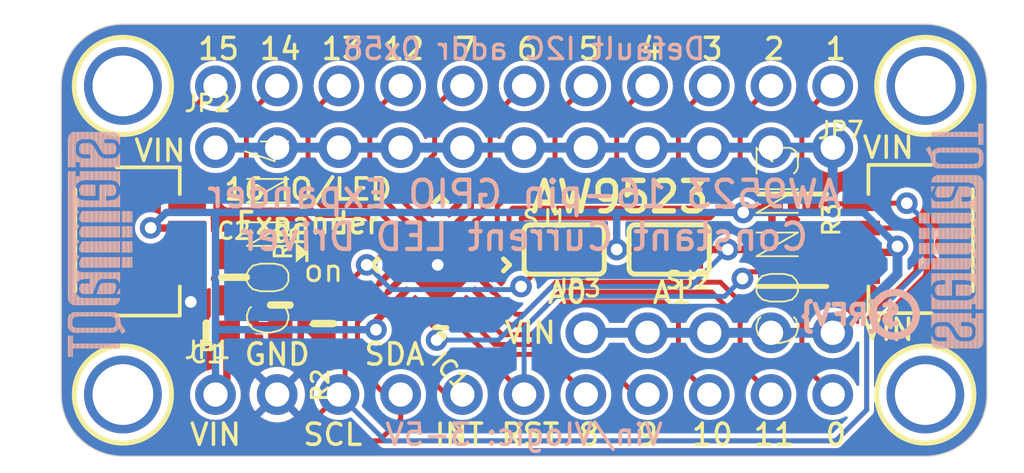
<source format=kicad_pcb>
(kicad_pcb (version 20221018) (generator pcbnew)
  (layers (0 "F.Cu" signal) (31 "B.Cu" signal) (34 "B.Paste" user) (35 "F.Paste" user) (36 "B.SilkS" user "B.Silkscreen") (37 "F.SilkS" user "F.Silkscreen") (38 "B.Mask" user) (39 "F.Mask" user) (44 "Edge.Cuts" user))
  (net 0 "")
  (net 1 "GND")
  (net 2 "SDA")
  (net 3 "SCL")
  (net 4 "INT")
  (net 5 "VCC")
  (net 6 "N$1")
  (net 7 "RST")
  (net 8 "P1_7")
  (net 9 "P1_6")
  (net 10 "P1_5")
  (net 11 "P1_4")
  (net 12 "P0_7")
  (net 13 "P0_6")
  (net 14 "P0_5")
  (net 15 "P0_4")
  (net 16 "P0_3")
  (net 17 "P0_2")
  (net 18 "P0_1")
  (net 19 "P1_0")
  (net 20 "P1_1")
  (net 21 "P1_2")
  (net 22 "P0_0")
  (net 23 "P1_3")
  (net 24 "A0")
  (net 25 "A1")
  (footprint "working:JST_SH4" (layer "F.Cu") (at 164.8841 105.0036 90)
    (fp_text reference "CONN3")
    (fp_text value "STEMMA_I2C_QT" hide)
  )
  (footprint "working:0805-NO" (layer "F.Cu") (at 136.5631 106.5276 90)
    (fp_text reference "C2")
    (fp_text value "10uF")
  )
  (footprint "working:0603-NO" (layer "F.Cu") (at 135.4201 108.8136 180)
    (fp_text reference "C1")
    (fp_text value "0.1uF")
  )
  (footprint "working:1X05_ROUND" (layer "F.Cu") (at 156.1211 108.8136)
    (fp_text reference "JP3")
    (fp_text value "")
  )
  (footprint "working:0603-NO" (layer "F.Cu") (at 140.2461 108.4326 -90)
    (fp_text reference "R2")
    (fp_text value "10K")
  )
  (footprint "working:MOUNTINGHOLE_2.5_PLATED" (layer "F.Cu") (at 165.0111 111.3536)
    (fp_text reference "U$21" hide)
    (fp_text value "MOUNTINGHOLE2.5" hide)
  )
  (footprint "working:0603-NO" (layer "F.Cu") (at 138.4681 107.6706 90)
    (fp_text reference "R1")
    (fp_text value "10K")
  )
  (footprint "working:1X11_ROUND" (layer "F.Cu") (at 148.5011 98.6536 180)
    (fp_text reference "JP7")
    (fp_text value "")
  )
  (footprint "working:RESPACK_4X0603" (layer "F.Cu") (at 159.5501 105.0036 -90)
    (fp_text reference "R3")
    (fp_text value "10K")
  )
  (footprint "working:MOUNTINGHOLE_2.5_PLATED" (layer "F.Cu") (at 131.9911 98.6536)
    (fp_text reference "U$1" hide)
    (fp_text value "MOUNTINGHOLE2.5" hide)
  )
  (footprint "working:QFN24_4MM_SMSC" (layer "F.Cu") (at 145.0721 106.0196 135)
    (fp_text reference "IC1")
    (fp_text value "AW9523")
  )
  (footprint "working:FIDUCIAL_1MM" (layer "F.Cu") (at 131.6101 105.0036)
    (fp_text reference "FID3" hide)
    (fp_text value "FIDUCIAL_1MM" hide)
  )
  (footprint "working:1X11_ROUND" (layer "F.Cu") (at 148.5011 101.1936)
    (fp_text reference "JP2")
    (fp_text value "")
  )
  (footprint "working:FIDUCIAL_1MM" (layer "F.Cu") (at 165.9001 105.1306)
    (fp_text reference "FID4" hide)
    (fp_text value "FIDUCIAL_1MM" hide)
  )
  (footprint "working:MOUNTINGHOLE_2.5_PLATED" (layer "F.Cu") (at 165.0111 98.6536)
    (fp_text reference "U$17" hide)
    (fp_text value "MOUNTINGHOLE2.5" hide)
  )
  (footprint "working:SOLDERJUMPER_ARROW_NOPASTE" (layer "F.Cu") (at 150.1521 105.3846)
    (fp_text reference "SJ1")
    (fp_text value "")
  )
  (footprint "working:JST_SH4" (layer "F.Cu") (at 132.1181 105.0036 -90)
    (fp_text reference "CONN4")
    (fp_text value "STEMMA_I2C_QT" hide)
  )
  (footprint "working:SOLDERJUMPER_ARROW_NOPASTE" (layer "F.Cu") (at 154.4701 105.3846 180)
    (fp_text reference "SJ2")
    (fp_text value "")
  )
  (footprint "working:1X11_ROUND" (layer "F.Cu") (at 148.5011 111.3536)
    (fp_text reference "JP1")
    (fp_text value "")
  )
  (footprint "working:CHIPLED_0603_NOOUTLINE" (layer "F.Cu") (at 139.3571 105.5116 -90)
    (fp_text reference "D1")
    (fp_text value "GREEN")
  )
  (footprint "working:MOUNTINGHOLE_2.5_PLATED" (layer "F.Cu") (at 131.9911 111.3536)
    (fp_text reference "U$19" hide)
    (fp_text value "MOUNTINGHOLE2.5" hide)
  )
  (footprint "working:STEMMAQT" (layer "B.Cu") (at 132.3721 100.5586 -90)
    (fp_text reference "U$31" hide)
    (fp_text value "" hide)
  )
  (footprint "working:PCBFEAT-REV-040" (layer "B.Cu") (at 163.7411 108.0516 180)
    (fp_text reference "U$2" hide)
    (fp_text value "" hide)
  )
  (footprint "working:STEMMAQT" (layer "B.Cu") (at 164.7571 109.4486 90)
    (fp_text reference "U$30" hide)
    (fp_text value "" hide)
  )
  (gr_arc (start 129.4511 98.6536) (mid 130.195049 96.857549) (end 131.9911 96.1136) (stroke (width 0.05)) (layer "Edge.Cuts"))
  (gr_arc (start 167.5511 111.3536) (mid 166.807151 113.149651) (end 165.0111 113.8936) (stroke (width 0.05)) (layer "Edge.Cuts"))
  (gr_arc (start 165.0111 96.1136) (mid 166.807151 96.857549) (end 167.5511 98.6536) (stroke (width 0.05)) (layer "Edge.Cuts"))
  (gr_arc (start 131.9911 113.8936) (mid 130.195049 113.149651) (end 129.4511 111.3536) (stroke (width 0.05)) (layer "Edge.Cuts"))
  (gr_line (start 131.9911 113.8936) (end 165.0111 113.8936) (stroke (width 0.05)) (layer "Edge.Cuts"))
  (gr_line (start 165.0111 96.1136) (end 131.9911 96.1136) (stroke (width 0.05)) (layer "Edge.Cuts"))
  (gr_line (start 129.4511 98.6536) (end 129.4511 111.3536) (stroke (width 0.05)) (layer "Edge.Cuts"))
  (gr_line (start 167.5511 111.3536) (end 167.5511 98.6536) (stroke (width 0.05)) (layer "Edge.Cuts"))
  (gr_text "Vin/Vlogic: 3-5V" (at 148.5011 113.0046) (layer "B.SilkS") (effects (font (size 0.87376 0.87376) (thickness 0.14224)) (justify mirror)))
  (gr_text "Default I2C addr 0x58" (at 148.5011 97.1296) (layer "B.SilkS") (effects (font (size 0.87376 0.87376) (thickness 0.14224)) (justify mirror)))
  (gr_text "AW9523 16-pin GPIO Expander\nConstant Current LED Driver" (at 148.5011 103.9876) (layer "B.SilkS") (effects (font (size 1.0922 1.0922) (thickness 0.1778)) (justify mirror)))
  (gr_text "SCL" (at 140.6271 113.0046) (layer "F.SilkS") (effects (font (size 0.87376 0.87376) (thickness 0.14224))))
  (gr_text "15" (at 135.9281 97.1296) (layer "F.SilkS") (effects (font (size 0.87376 0.87376) (thickness 0.14224))))
  (gr_text "2" (at 158.7881 97.1296) (layer "F.SilkS") (effects (font (size 0.87376 0.87376) (thickness 0.14224))))
  (gr_text "5" (at 151.1681 97.1296) (layer "F.SilkS") (effects (font (size 0.87376 0.87376) (thickness 0.14224))))
  (gr_text "VIN" (at 148.7551 108.8136) (layer "F.SilkS") (effects (font (size 0.87376 0.87376) (thickness 0.14224))))
  (gr_text "10" (at 156.2481 113.0046) (layer "F.SilkS") (effects (font (size 0.87376 0.87376) (thickness 0.14224))))
  (gr_text "SDA" (at 143.1671 109.7026) (layer "F.SilkS") (effects (font (size 0.87376 0.87376) (thickness 0.14224))))
  (gr_text "14" (at 138.4681 97.1296) (layer "F.SilkS") (effects (font (size 0.87376 0.87376) (thickness 0.14224))))
  (gr_text "4" (at 153.7081 97.1296) (layer "F.SilkS") (effects (font (size 0.87376 0.87376) (thickness 0.14224))))
  (gr_text "7" (at 146.0881 97.1296) (layer "F.SilkS") (effects (font (size 0.87376 0.87376) (thickness 0.14224))))
  (gr_text "RST" (at 148.7551 113.0046) (layer "F.SilkS") (effects (font (size 0.87376 0.87376) (thickness 0.14224))))
  (gr_text "9" (at 153.5811 113.0046) (layer "F.SilkS") (effects (font (size 0.87376 0.87376) (thickness 0.14224))))
  (gr_text "INT" (at 145.8341 113.0046) (layer "F.SilkS") (effects (font (size 0.87376 0.87376) (thickness 0.14224))))
  (gr_text "11" (at 158.7881 113.0046) (layer "F.SilkS") (effects (font (size 0.87376 0.87376) (thickness 0.14224))))
  (gr_text "A1" (at 154.5971 107.1626) (layer "F.SilkS") (effects (font (size 0.87376 0.87376) (thickness 0.14224))))
  (gr_text "16 IO/LED\nExpander" (at 139.6111 103.6066) (layer "F.SilkS") (effects (font (size 0.8636 0.8636) (thickness 0.1524))))
  (gr_text "VIN" (at 133.5151 101.3206) (layer "F.SilkS") (effects (font (size 0.87376 0.87376) (thickness 0.14224))))
  (gr_text "AW9523" (at 152.4381 103.2256) (layer "F.SilkS") (effects (font (size 1.25222 1.25222) (thickness 0.22098))))
  (gr_text "1" (at 161.3281 97.1296) (layer "F.SilkS") (effects (font (size 0.87376 0.87376) (thickness 0.14224))))
  (gr_text "VIN" (at 163.4871 101.1936) (layer "F.SilkS") (effects (font (size 0.87376 0.87376) (thickness 0.14224))))
  (gr_text "0" (at 161.3281 113.0046) (layer "F.SilkS") (effects (font (size 0.87376 0.87376) (thickness 0.14224))))
  (gr_text "A0" (at 150.2791 107.1626) (layer "F.SilkS") (effects (font (size 0.87376 0.87376) (thickness 0.14224))))
  (gr_text "GND" (at 138.3411 109.7026) (layer "F.SilkS") (effects (font (size 0.87376 0.87376) (thickness 0.14224))))
  (gr_text "VIN" (at 163.4871 108.6866) (layer "F.SilkS") (effects (font (size 0.87376 0.87376) (thickness 0.14224))))
  (gr_text "8" (at 151.1681 113.0046) (layer "F.SilkS") (effects (font (size 0.87376 0.87376) (thickness 0.14224))))
  (gr_text "VIN" (at 135.8011 113.0046) (layer "F.SilkS") (effects (font (size 0.87376 0.87376) (thickness 0.14224))))
  (gr_text "on" (at 139.3571 106.7816) (layer "F.SilkS") (effects (font (size 0.89408 0.89408) (thickness 0.12192)) (justify left bottom)))
  (gr_text "3" (at 156.2481 97.1296) (layer "F.SilkS") (effects (font (size 0.87376 0.87376) (thickness 0.14224))))
  (gr_text "13" (at 141.0081 97.1296) (layer "F.SilkS") (effects (font (size 0.87376 0.87376) (thickness 0.14224))))
  (gr_text "12" (at 143.5481 97.1296) (layer "F.SilkS") (effects (font (size 0.87376 0.87376) (thickness 0.14224))))
  (gr_text "6" (at 148.6281 97.1296) (layer "F.SilkS") (effects (font (size 0.87376 0.87376) (thickness 0.14224))))
  (segment (start 145.0721 106.0196) (end 144.9451 106.0196) (width 0.3048) (layer "F.Cu") (net 1))
  (segment (start 145.0721 106.0196) (end 145.425653 106.0196) (width 0.3048) (layer "F.Cu") (net 1))
  (segment (start 146.663087 104.782166) (end 145.425653 106.0196) (width 0.3048) (layer "F.Cu") (net 1))
  (via (at 134.7851 107.5436) (size 0.889) (drill 0.4826) (layers "F.Cu" "B.Cu") (net 1))
  (via (at 144.9451 106.0196) (size 0.889) (drill 0.4826) (layers "F.Cu" "B.Cu") (net 1))
  (segment (start 141.6431 108.387941) (end 141.6431 110.2106) (width 0.2032) (layer "F.Cu") (net 2))
  (segment (start 133.1341 106.2736) (end 133.1341 109.4486) (width 0.2032) (layer "F.Cu") (net 2))
  (segment (start 162.3701 104.5036) (end 164.2571 104.5036) (width 0.2032) (layer "F.Cu") (net 2))
  (segment (start 143.4211 112.3696) (end 143.4211 111.3536) (width 0.2032) (layer "F.Cu") (net 2))
  (segment (start 134.1501 110.4646) (end 134.1501 111.9886) (width 0.2032) (layer "F.Cu") (net 2))
  (segment (start 143.127556 106.903485) (end 141.6431 108.387941) (width 0.2032) (layer "F.Cu") (net 2))
  (segment (start 133.1341 109.4486) (end 134.1501 110.4646) (width 0.2032) (layer "F.Cu") (net 2))
  (segment (start 164.6301 106.2736) (end 162.5981 108.3056) (width 0.2032) (layer "F.Cu") (net 2))
  (segment (start 134.6321 105.5036) (end 133.9041 105.5036) (width 0.2032) (layer "F.Cu") (net 2))
  (segment (start 142.5321 113.2586) (end 161.3281 113.2586) (width 0.2032) (layer "F.Cu") (net 2))
  (segment (start 142.7861 111.3536) (end 143.4211 111.3536) (width 0.2032) (layer "F.Cu") (net 2))
  (segment (start 164.6301 104.8766) (end 164.6301 106.2736) (width 0.2032) (layer "F.Cu") (net 2))
  (segment (start 134.1501 111.9886) (end 135.4201 113.2586) (width 0.2032) (layer "F.Cu") (net 2))
  (segment (start 142.5321 113.2586) (end 143.4211 112.3696) (width 0.2032) (layer "F.Cu") (net 2))
  (segment (start 142.7861 111.3536) (end 141.6431 110.2106) (width 0.2032) (layer "F.Cu") (net 2))
  (segment (start 160.5001 104.5036) (end 160.4001 104.6036) (width 0.2032) (layer "F.Cu") (net 2))
  (segment (start 135.4201 113.2586) (end 142.5321 113.2586) (width 0.2032) (layer "F.Cu") (net 2))
  (segment (start 161.3281 113.2586) (end 162.5981 111.9886) (width 0.2032) (layer "F.Cu") (net 2))
  (segment (start 164.2571 104.5036) (end 164.6301 104.8766) (width 0.2032) (layer "F.Cu") (net 2))
  (segment (start 162.3701 104.5036) (end 160.5001 104.5036) (width 0.2032) (layer "F.Cu") (net 2))
  (segment (start 133.9041 105.5036) (end 133.1341 106.2736) (width 0.2032) (layer "F.Cu") (net 2))
  (segment (start 162.5981 111.9886) (end 162.5981 108.3056) (width 0.2032) (layer "F.Cu") (net 2))
  (segment (start 142.774 106.549932) (end 141.1351 108.188832) (width 0.2032) (layer "F.Cu") (net 3))
  (segment (start 133.611968 109.351732) (end 133.611968 106.811732) (width 0.2032) (layer "F.Cu") (net 3))
  (segment (start 139.3825 112.8522) (end 135.588437 112.8522) (width 0.2032) (layer "F.Cu") (net 3))
  (segment (start 162.3701 103.5036) (end 162.3941 103.4796) (width 0.2032) (layer "F.Cu") (net 3))
  (segment (start 141.1351 108.188832) (end 141.1351 111.0996) (width 0.2032) (layer "F.Cu") (net 3))
  (segment (start 134.5565 110.296263) (end 133.611968 109.351732) (width 0.2032) (layer "F.Cu") (net 3))
  (segment (start 141.1351 111.0996) (end 140.8811 111.3536) (width 0.2032) (layer "F.Cu") (net 3))
  (segment (start 134.5565 111.820263) (end 134.5565 110.296263) (width 0.2032) (layer "F.Cu") (net 3))
  (segment (start 162.3701 103.5036) (end 160.6001 103.5036) (width 0.2032) (layer "F.Cu") (net 3))
  (segment (start 160.6001 103.5036) (end 160.4001 103.7036) (width 0.2032) (layer "F.Cu") (net 3))
  (segment (start 139.3825 112.8522) (end 140.8811 111.3536) (width 0.2032) (layer "F.Cu") (net 3))
  (segment (start 133.9201 106.5036) (end 134.6321 106.5036) (width 0.2032) (layer "F.Cu") (net 3))
  (segment (start 164.2491 103.4796) (end 162.3941 103.4796) (width 0.2032) (layer "F.Cu") (net 3))
  (segment (start 133.611968 106.811732) (end 133.9201 106.5036) (width 0.2032) (layer "F.Cu") (net 3))
  (segment (start 135.588437 112.8522) (end 134.5565 111.820263) (width 0.2032) (layer "F.Cu") (net 3))
  (via (at 164.2491 103.4796) (size 0.889) (drill 0.4826) (layers "F.Cu" "B.Cu") (net 3))
  (segment (start 162.5981 108.4326) (end 165.2651 105.7656) (width 0.2032) (layer "B.Cu") (net 3))
  (segment (start 162.5981 111.9886) (end 162.5981 108.4326) (width 0.2032) (layer "B.Cu") (net 3))
  (segment (start 140.8811 111.3536) (end 142.7861 113.2586) (width 0.2032) (layer "B.Cu") (net 3))
  (segment (start 165.2651 104.4956) (end 165.2651 105.7656) (width 0.2032) (layer "B.Cu") (net 3))
  (segment (start 142.7861 113.2586) (end 161.3281 113.2586) (width 0.2032) (layer "B.Cu") (net 3))
  (segment (start 161.3281 113.2586) (end 162.5981 111.9886) (width 0.2032) (layer "B.Cu") (net 3))
  (segment (start 165.2651 104.4956) (end 164.2491 103.4796) (width 0.2032) (layer "B.Cu") (net 3))
  (segment (start 143.1671 109.22915) (end 145.29155 111.3536) (width 0.2032) (layer "F.Cu") (net 4))
  (segment (start 145.29155 111.3536) (end 145.9611 111.3536) (width 0.2032) (layer "F.Cu") (net 4))
  (segment (start 143.834662 107.610591) (end 143.1671 108.278154) (width 0.2032) (layer "F.Cu") (net 4))
  (segment (start 143.1671 108.278154) (end 143.1671 109.22915) (width 0.2032) (layer "F.Cu") (net 4))
  (segment (start 138.4681 108.5206) (end 137.5401 108.5206) (width 0.3048) (layer "F.Cu") (net 5))
  (segment (start 160.4001 106.3036) (end 160.9171 106.3036) (width 0.3048) (layer "F.Cu") (net 5))
  (segment (start 136.2701 110.8846) (end 135.8011 111.3536) (width 0.3048) (layer "F.Cu") (net 5))
  (segment (start 143.481109 107.257038) (end 142.4559 108.282247) (width 0.3048) (layer "F.Cu") (net 5))
  (segment (start 162.3701 105.5036) (end 163.6221 105.5036) (width 0.3048) (layer "F.Cu") (net 5))
  (segment (start 152.3111 105.3846) (end 153.4541 105.3846) (width 0.3048) (layer "F.Cu") (net 5))
  (segment (start 134.6321 104.5036) (end 133.1421 104.5036) (width 0.3048) (layer "F.Cu") (net 5))
  (segment (start 136.5631 107.4776) (end 136.5631 107.5436) (width 0.3048) (layer "F.Cu") (net 5))
  (segment (start 136.5631 107.5436) (end 136.5631 108.5206) (width 0.3048) (layer "F.Cu") (net 5))
  (segment (start 136.2701 108.8136) (end 136.2701 110.8846) (width 0.3048) (layer "F.Cu") (net 5))
  (segment (start 161.7171 105.5036) (end 162.3701 105.5036) (width 0.3048) (layer "F.Cu") (net 5))
  (segment (start 160.9171 106.3036) (end 161.7171 105.5036) (width 0.3048) (layer "F.Cu") (net 5))
  (segment (start 157.6751 103.7036) (end 157.5181 103.8606) (width 0.3048) (layer "F.Cu") (net 5))
  (segment (start 158.7001 103.7036) (end 157.6751 103.7036) (width 0.3048) (layer "F.Cu") (net 5))
  (segment (start 163.6221 105.5036) (end 163.8681 105.2576) (width 0.3048) (layer "F.Cu") (net 5))
  (segment (start 142.404606 108.686107) (end 142.4559 108.634813) (width 0.3048) (layer "F.Cu") (net 5))
  (segment (start 133.1421 104.5036) (end 133.1341 104.4956) (width 0.3048) (layer "F.Cu") (net 5))
  (segment (start 158.7001 104.6036) (end 158.7001 103.7036) (width 0.3048) (layer "F.Cu") (net 5))
  (segment (start 142.4559 108.282247) (end 142.4559 108.634813) (width 0.3048) (layer "F.Cu") (net 5))
  (segment (start 151.1681 105.3846) (end 152.3111 105.3846) (width 0.3048) (layer "F.Cu") (net 5))
  (segment (start 136.5631 108.5206) (end 136.2701 108.8136) (width 0.3048) (layer "F.Cu") (net 5))
  (segment (start 137.5401 108.5206) (end 136.5631 107.5436) (width 0.3048) (layer "F.Cu") (net 5))
  (via (at 142.404606 108.686107) (size 0.889) (drill 0.4826) (layers "F.Cu" "B.Cu") (net 5))
  (via (at 157.5181 103.8606) (size 0.889) (drill 0.4826) (layers "F.Cu" "B.Cu") (net 5))
  (via (at 163.8681 105.2576) (size 0.889) (drill 0.4826) (layers "F.Cu" "B.Cu") (net 5))
  (via (at 152.3111 105.3846) (size 0.889) (drill 0.4826) (layers "F.Cu" "B.Cu") (net 5))
  (via (at 133.1341 104.4956) (size 0.889) (drill 0.4826) (layers "F.Cu" "B.Cu") (net 5))
  (segment (start 151.0411 108.8136) (end 153.5811 108.8136) (width 0.4064) (layer "B.Cu") (net 5))
  (segment (start 133.7691 103.8606) (end 133.1341 104.4956) (width 0.3048) (layer "B.Cu") (net 5))
  (segment (start 138.3411 101.1936) (end 140.8811 101.1936) (width 0.4064) (layer "B.Cu") (net 5))
  (segment (start 161.2011 101.1936) (end 161.2011 103.8606) (width 0.4064) (layer "B.Cu") (net 5))
  (segment (start 140.8811 101.1936) (end 143.4211 101.1936) (width 0.4064) (layer "B.Cu") (net 5))
  (segment (start 152.3111 103.8606) (end 135.8011 103.8606) (width 0.3048) (layer "B.Cu") (net 5))
  (segment (start 135.8011 103.8606) (end 135.8011 108.5596) (width 0.3048) (layer "B.Cu") (net 5))
  (segment (start 163.8681 105.2576) (end 162.4711 103.8606) (width 0.3048) (layer "B.Cu") (net 5))
  (segment (start 135.8011 101.1936) (end 138.3411 101.1936) (width 0.4064) (layer "B.Cu") (net 5))
  (segment (start 156.1211 101.1936) (end 153.5811 101.1936) (width 0.4064) (layer "B.Cu") (net 5))
  (segment (start 161.2011 101.1936) (end 158.6611 101.1936) (width 0.4064) (layer "B.Cu") (net 5))
  (segment (start 152.3111 105.3846) (end 152.3111 103.8606) (width 0.3048) (layer "B.Cu") (net 5))
  (segment (start 157.5181 103.8606) (end 152.3111 103.8606) (width 0.3048) (layer "B.Cu") (net 5))
  (segment (start 161.4551 108.8136) (end 161.2011 108.8136) (width 0.4064) (layer "B.Cu") (net 5))
  (segment (start 158.6611 101.1936) (end 156.1211 101.1936) (width 0.4064) (layer "B.Cu") (net 5))
  (segment (start 142.404606 108.686107) (end 135.927606 108.686107) (width 0.3048) (layer "B.Cu") (net 5))
  (segment (start 162.4711 103.8606) (end 161.2011 103.8606) (width 0.3048) (layer "B.Cu") (net 5))
  (segment (start 148.5011 101.1936) (end 145.9611 101.1936) (width 0.4064) (layer "B.Cu") (net 5))
  (segment (start 163.8681 106.4006) (end 161.4551 108.8136) (width 0.4064) (layer "B.Cu") (net 5))
  (segment (start 153.5811 101.1936) (end 151.0411 101.1936) (width 0.4064) (layer "B.Cu") (net 5))
  (segment (start 163.8681 105.2576) (end 163.8681 106.4006) (width 0.4064) (layer "B.Cu") (net 5))
  (segment (start 153.5811 108.8136) (end 156.1211 108.8136) (width 0.4064) (layer "B.Cu") (net 5))
  (segment (start 135.927606 108.686107) (end 135.8011 108.5596) (width 0.3048) (layer "B.Cu") (net 5))
  (segment (start 161.2011 103.8606) (end 157.5181 103.8606) (width 0.3048) (layer "B.Cu") (net 5))
  (segment (start 135.8011 108.5596) (end 135.8011 111.3536) (width 0.3048) (layer "B.Cu") (net 5))
  (segment (start 158.6611 108.8136) (end 161.2011 108.8136) (width 0.4064) (layer "B.Cu") (net 5))
  (segment (start 135.8011 103.8606) (end 133.7691 103.8606) (width 0.3048) (layer "B.Cu") (net 5))
  (segment (start 143.4211 101.1936) (end 145.9611 101.1936) (width 0.4064) (layer "B.Cu") (net 5))
  (segment (start 156.1211 108.8136) (end 158.6611 108.8136) (width 0.4064) (layer "B.Cu") (net 5))
  (segment (start 151.0411 101.1936) (end 148.5011 101.1936) (width 0.4064) (layer "B.Cu") (net 5))
  (segment (start 138.4681 106.8206) (end 138.4681 106.028382) (width 0.2032) (layer "F.Cu") (net 6))
  (segment (start 138.6071 105.889382) (end 138.4681 106.028382) (width 0.2032) (layer "F.Cu") (net 6))
  (segment (start 138.6071 105.5116) (end 138.6071 105.889382) (width 0.2032) (layer "F.Cu") (net 6))
  (segment (start 144.850287 110.2106) (end 147.3581 110.2106) (width 0.2032) (layer "F.Cu") (net 7))
  (segment (start 143.6751 109.035413) (end 144.850287 110.2106) (width 0.2032) (layer "F.Cu") (net 7))
  (segment (start 147.3581 110.2106) (end 148.5011 111.3536) (width 0.2032) (layer "F.Cu") (net 7))
  (segment (start 157.48674 106.579566) (end 157.762706 106.3036) (width 0.2032) (layer "F.Cu") (net 7))
  (segment (start 143.6751 108.47726) (end 143.6751 109.035413) (width 0.2032) (layer "F.Cu") (net 7))
  (segment (start 157.762706 106.3036) (end 158.7001 106.3036) (width 0.2032) (layer "F.Cu") (net 7))
  (segment (start 144.188215 107.964144) (end 143.6751 108.47726) (width 0.2032) (layer "F.Cu") (net 7))
  (via (at 157.48674 106.579566) (size 0.889) (drill 0.4826) (layers "F.Cu" "B.Cu") (net 7))
  (segment (start 148.5011 108.626338) (end 148.5011 111.3536) (width 0.2032) (layer "B.Cu") (net 7))
  (segment (start 157.48674 106.579566) (end 156.751306 107.315) (width 0.2032) (layer "B.Cu") (net 7))
  (segment (start 156.751306 107.315) (end 149.812437 107.315) (width 0.2032) (layer "B.Cu") (net 7))
  (segment (start 149.812437 107.315) (end 148.5011 108.626338) (width 0.2032) (layer "B.Cu") (net 7))
  (segment (start 136.34365 103.3526) (end 139.3571 103.3526) (width 0.2032) (layer "F.Cu") (net 8))
  (segment (start 135.8011 98.6536) (end 134.5311 99.9236) (width 0.2032) (layer "F.Cu") (net 8))
  (segment (start 141.979437 103.9876) (end 143.127556 105.135719) (width 0.2032) (layer "F.Cu") (net 8))
  (segment (start 134.5311 99.9236) (end 134.5311 101.54005) (width 0.2032) (layer "F.Cu") (net 8))
  (segment (start 134.5311 101.54005) (end 136.34365 103.3526) (width 0.2032) (layer "F.Cu") (net 8))
  (segment (start 139.9921 103.9876) (end 141.979437 103.9876) (width 0.2032) (layer "F.Cu") (net 8))
  (segment (start 139.3571 103.3526) (end 139.9921 103.9876) (width 0.2032) (layer "F.Cu") (net 8))
  (segment (start 138.3411 98.6536) (end 137.0711 99.9236) (width 0.2032) (layer "F.Cu") (net 9))
  (segment (start 143.481109 104.782166) (end 142.280143 103.5812) (width 0.2032) (layer "F.Cu") (net 9))
  (segment (start 139.525437 102.9462) (end 140.160437 103.5812) (width 0.2032) (layer "F.Cu") (net 9))
  (segment (start 142.280143 103.5812) (end 140.160437 103.5812) (width 0.2032) (layer "F.Cu") (net 9))
  (segment (start 137.0711 102.4382) (end 137.5791 102.9462) (width 0.2032) (layer "F.Cu") (net 9))
  (segment (start 137.5791 102.9462) (end 139.525437 102.9462) (width 0.2032) (layer "F.Cu") (net 9))
  (segment (start 137.0711 99.9236) (end 137.0711 102.4382) (width 0.2032) (layer "F.Cu") (net 9))
  (segment (start 139.6111 99.9236) (end 139.6111 102.457125) (width 0.2032) (layer "F.Cu") (net 10))
  (segment (start 140.8811 98.6536) (end 139.6111 99.9236) (width 0.2032) (layer "F.Cu") (net 10))
  (segment (start 142.58085 103.1748) (end 143.834662 104.428613) (width 0.2032) (layer "F.Cu") (net 10))
  (segment (start 142.58085 103.1748) (end 140.328775 103.1748) (width 0.2032) (layer "F.Cu") (net 10))
  (segment (start 139.6111 102.457125) (end 140.328775 103.1748) (width 0.2032) (layer "F.Cu") (net 10))
  (segment (start 143.4211 98.6536) (end 142.1511 99.9236) (width 0.2032) (layer "F.Cu") (net 11))
  (segment (start 142.1511 99.9236) (end 142.1511 102.037944) (width 0.2032) (layer "F.Cu") (net 11))
  (segment (start 142.1511 102.037944) (end 144.188215 104.07506) (width 0.2032) (layer "F.Cu") (net 11))
  (segment (start 144.8181 99.5426) (end 145.7071 98.6536) (width 0.2032) (layer "F.Cu") (net 12))
  (segment (start 145.7071 98.6536) (end 145.9611 98.6536) (width 0.2032) (layer "F.Cu") (net 12))
  (segment (start 144.541768 101.723932) (end 144.8181 101.4476) (width 0.2032) (layer "F.Cu") (net 12))
  (segment (start 144.541768 103.721504) (end 144.541768 101.723932) (width 0.2032) (layer "F.Cu") (net 12))
  (segment (start 144.8181 101.4476) (end 144.8181 99.5426) (width 0.2032) (layer "F.Cu") (net 12))
  (segment (start 145.856428 103.203272) (end 145.856428 103.467504) (width 0.2032) (layer "F.Cu") (net 13))
  (segment (start 147.1041 101.9556) (end 147.1041 100.0506) (width 0.2032) (layer "F.Cu") (net 13))
  (segment (start 145.602428 103.721504) (end 145.856428 103.467504) (width 0.2032) (layer "F.Cu") (net 13))
  (segment (start 147.1041 100.0506) (end 148.5011 98.6536) (width 0.2032) (layer "F.Cu") (net 13))
  (segment (start 147.1041 101.9556) (end 145.856428 103.203272) (width 0.2032) (layer "F.Cu") (net 13))
  (segment (start 146.336981 103.297457) (end 146.336981 103.69406) (width 0.2032) (layer "F.Cu") (net 14))
  (segment (start 147.170837 102.4636) (end 146.336981 103.297457) (width 0.2032) (layer "F.Cu") (net 14))
  (segment (start 149.0091 102.4636) (end 149.7711 101.7016) (width 0.2032) (layer "F.Cu") (net 14))
  (segment (start 145.955981 104.07506) (end 146.336981 103.69406) (width 0.2032) (layer "F.Cu") (net 14))
  (segment (start 147.170837 102.4636) (end 149.0091 102.4636) (width 0.2032) (layer "F.Cu") (net 14))
  (segment (start 149.7711 99.9236) (end 151.0411 98.6536) (width 0.2032) (layer "F.Cu") (net 14))
  (segment (start 149.7711 101.7016) (end 149.7711 99.9236) (width 0.2032) (layer "F.Cu") (net 14))
  (segment (start 147.466175 102.87) (end 151.2697 102.87) (width 0.2032) (layer "F.Cu") (net 15))
  (segment (start 147.466175 102.87) (end 146.817534 103.518641) (width 0.2032) (layer "F.Cu") (net 15))
  (segment (start 146.817534 103.518641) (end 146.817534 103.920613) (width 0.2032) (layer "F.Cu") (net 15))
  (segment (start 152.3111 101.8286) (end 152.3111 99.9236) (width 0.2032) (layer "F.Cu") (net 15))
  (segment (start 146.309534 104.428613) (end 146.817534 103.920613) (width 0.2032) (layer "F.Cu") (net 15))
  (segment (start 152.3111 99.9236) (end 153.5811 98.6536) (width 0.2032) (layer "F.Cu") (net 15))
  (segment (start 151.2697 102.87) (end 152.3111 101.8286) (width 0.2032) (layer "F.Cu") (net 15))
  (segment (start 153.5303 103.2764) (end 154.8511 101.9556) (width 0.2032) (layer "F.Cu") (net 16))
  (segment (start 147.732959 103.2764) (end 147.39764 103.611719) (width 0.2032) (layer "F.Cu") (net 16))
  (segment (start 147.39764 103.611719) (end 147.39764 104.754719) (width 0.2032) (layer "F.Cu") (net 16))
  (segment (start 154.8511 99.9236) (end 156.1211 98.6536) (width 0.2032) (layer "F.Cu") (net 16))
  (segment (start 154.8511 101.9556) (end 154.8511 99.9236) (width 0.2032) (layer "F.Cu") (net 16))
  (segment (start 147.732959 103.2764) (end 153.5303 103.2764) (width 0.2032) (layer "F.Cu") (net 16))
  (segment (start 147.01664 105.135719) (end 147.39764 104.754719) (width 0.2032) (layer "F.Cu") (net 16))
  (segment (start 155.5369 103.6828) (end 157.3911 101.8286) (width 0.2032) (layer "F.Cu") (net 17))
  (segment (start 147.878196 103.838272) (end 147.878196 104.981272) (width 0.2032) (layer "F.Cu") (net 17))
  (segment (start 157.3911 101.8286) (end 157.3911 99.9236) (width 0.2032) (layer "F.Cu") (net 17))
  (segment (start 148.033668 103.6828) (end 147.878196 103.838272) (width 0.2032) (layer "F.Cu") (net 17))
  (segment (start 147.370196 105.489272) (end 147.878196 104.981272) (width 0.2032) (layer "F.Cu") (net 17))
  (segment (start 148.033668 103.6828) (end 155.5369 103.6828) (width 0.2032) (layer "F.Cu") (net 17))
  (segment (start 157.3911 99.9236) (end 158.6611 98.6536) (width 0.2032) (layer "F.Cu") (net 17))
  (segment (start 148.386196 104.0892) (end 156.1465 104.0892) (width 0.2032) (layer "F.Cu") (net 18))
  (segment (start 159.9311 99.9236) (end 161.2011 98.6536) (width 0.2032) (layer "F.Cu") (net 18))
  (segment (start 157.7721 102.4636) (end 159.2961 102.4636) (width 0.2032) (layer "F.Cu") (net 18))
  (segment (start 156.1465 104.0892) (end 157.7721 102.4636) (width 0.2032) (layer "F.Cu") (net 18))
  (segment (start 159.9311 101.8286) (end 159.9311 99.9236) (width 0.2032) (layer "F.Cu") (net 18))
  (segment (start 147.370196 106.549932) (end 148.386196 105.533932) (width 0.2032) (layer "F.Cu") (net 18))
  (segment (start 148.386196 104.0892) (end 148.386196 105.533932) (width 0.2032) (layer "F.Cu") (net 18))
  (segment (start 159.2961 102.4636) (end 159.9311 101.8286) (width 0.2032) (layer "F.Cu") (net 18))
  (segment (start 145.602428 108.3177) (end 146.987328 109.7026) (width 0.2032) (layer "F.Cu") (net 19))
  (segment (start 146.987328 109.7026) (end 149.3901 109.7026) (width 0.2032) (layer "F.Cu") (net 19))
  (segment (start 149.3901 109.7026) (end 151.0411 111.3536) (width 0.2032) (layer "F.Cu") (net 19))
  (segment (start 147.288037 109.2962) (end 149.90725 109.2962) (width 0.2032) (layer "F.Cu") (net 20))
  (segment (start 151.9301 110.2106) (end 153.0731 111.3536) (width 0.2032) (layer "F.Cu") (net 20))
  (segment (start 153.0731 111.3536) (end 153.5811 111.3536) (width 0.2032) (layer "F.Cu") (net 20))
  (segment (start 145.955981 107.964144) (end 147.288037 109.2962) (width 0.2032) (layer "F.Cu") (net 20))
  (segment (start 150.82165 110.2106) (end 151.9301 110.2106) (width 0.2032) (layer "F.Cu") (net 20))
  (segment (start 149.90725 109.2962) (end 150.82165 110.2106) (width 0.2032) (layer "F.Cu") (net 20))
  (segment (start 154.8511 110.0836) (end 156.1211 111.3536) (width 0.2032) (layer "F.Cu") (net 21))
  (segment (start 150.1521 107.5436) (end 154.2161 107.5436) (width 0.2032) (layer "F.Cu") (net 21))
  (segment (start 146.309534 107.610591) (end 147.588743 108.8898) (width 0.2032) (layer "F.Cu") (net 21))
  (segment (start 154.8511 108.1786) (end 154.8511 110.0836) (width 0.2032) (layer "F.Cu") (net 21))
  (segment (start 154.2161 107.5436) (end 154.8511 108.1786) (width 0.2032) (layer "F.Cu") (net 21))
  (segment (start 148.8059 108.8898) (end 150.1521 107.5436) (width 0.2032) (layer "F.Cu") (net 21))
  (segment (start 147.588743 108.8898) (end 148.8059 108.8898) (width 0.2032) (layer "F.Cu") (net 21))
  (segment (start 149.815425 106.7308) (end 156.5783 106.7308) (width 0.2032) (layer "F.Cu") (net 22))
  (segment (start 156.5783 106.7308) (end 157.3911 107.5436) (width 0.2032) (layer "F.Cu") (net 22))
  (segment (start 147.01664 106.903485) (end 148.164756 108.0516) (width 0.2032) (layer "F.Cu") (net 22))
  (segment (start 157.3911 107.5436) (end 159.4231 107.5436) (width 0.2032) (layer "F.Cu") (net 22))
  (segment (start 148.164756 108.0516) (end 148.494625 108.0516) (width 0.2032) (layer "F.Cu") (net 22))
  (segment (start 159.4231 107.5436) (end 159.9311 108.0516) (width 0.2032) (layer "F.Cu") (net 22))
  (segment (start 159.9311 110.0836) (end 161.2011 111.3536) (width 0.2032) (layer "F.Cu") (net 22))
  (segment (start 159.9311 108.0516) (end 159.9311 110.0836) (width 0.2032) (layer "F.Cu") (net 22))
  (segment (start 148.494625 108.0516) (end 149.815425 106.7308) (width 0.2032) (layer "F.Cu") (net 22))
  (segment (start 157.3911 108.3056) (end 157.3911 110.0836) (width 0.2032) (layer "F.Cu") (net 23))
  (segment (start 148.637562 108.4834) (end 149.983762 107.1372) (width 0.2032) (layer "F.Cu") (net 23))
  (segment (start 156.2227 107.1372) (end 157.3911 108.3056) (width 0.2032) (layer "F.Cu") (net 23))
  (segment (start 146.663087 107.257038) (end 147.88945 108.4834) (width 0.2032) (layer "F.Cu") (net 23))
  (segment (start 149.983762 107.1372) (end 156.2227 107.1372) (width 0.2032) (layer "F.Cu") (net 23))
  (segment (start 147.88945 108.4834) (end 148.637562 108.4834) (width 0.2032) (layer "F.Cu") (net 23))
  (segment (start 157.3911 110.0836) (end 158.6611 111.3536) (width 0.2032) (layer "F.Cu") (net 23))
  (segment (start 140.2461 107.5826) (end 140.4611 107.5826) (width 0.2032) (layer "F.Cu") (net 24))
  (segment (start 142.243671 106.0196) (end 142.0241 106.0196) (width 0.2032) (layer "F.Cu") (net 24))
  (segment (start 149.1361 105.3846) (end 149.1361 106.1466) (width 0.2032) (layer "F.Cu") (net 24))
  (segment (start 142.774 105.489272) (end 142.243671 106.0196) (width 0.2032) (layer "F.Cu") (net 24))
  (segment (start 142.0241 106.0196) (end 140.4611 107.5826) (width 0.2032) (layer "F.Cu") (net 24))
  (segment (start 149.1361 106.1466) (end 148.3741 106.9086) (width 0.2032) (layer "F.Cu") (net 24))
  (via (at 148.3741 106.9086) (size 0.889) (drill 0.4826) (layers "F.Cu" "B.Cu") (net 24))
  (via (at 142.0241 106.0196) (size 0.889) (drill 0.4826) (layers "F.Cu" "B.Cu") (net 24))
  (segment (start 142.0241 106.0196) (end 143.0401 107.0356) (width 0.2032) (layer "B.Cu") (net 24))
  (segment (start 148.2471 107.0356) (end 143.0401 107.0356) (width 0.2032) (layer "B.Cu") (net 24))
  (segment (start 148.2471 107.0356) (end 148.3741 106.9086) (width 0.2032) (layer "B.Cu") (net 24))
  (segment (start 156.8831 105.3846) (end 158.6811 105.3846) (width 0.3048) (layer "F.Cu") (net 25))
  (segment (start 158.6811 105.3846) (end 158.7001 105.4036) (width 0.3048) (layer "F.Cu") (net 25))
  (segment (start 144.541768 108.3177) (end 144.901225 108.677157) (width 0.2032) (layer "F.Cu") (net 25))
  (segment (start 144.901225 108.677157) (end 144.901225 109.111472) (width 0.2032) (layer "F.Cu") (net 25))
  (segment (start 155.4861 105.3846) (end 156.8831 105.3846) (width 0.3048) (layer "F.Cu") (net 25))
  (via (at 144.901225 109.111472) (size 0.889) (drill 0.4826) (layers "F.Cu" "B.Cu") (net 25))
  (via (at 156.8831 105.3846) (size 0.889) (drill 0.4826) (layers "F.Cu" "B.Cu") (net 25))
  (segment (start 147.441228 109.111472) (end 149.6441 106.9086) (width 0.2032) (layer "B.Cu") (net 25))
  (segment (start 155.3591 106.9086) (end 156.8831 105.3846) (width 0.2032) (layer "B.Cu") (net 25))
  (segment (start 144.901225 109.111472) (end 147.441228 109.111472) (width 0.2032) (layer "B.Cu") (net 25))
  (segment (start 149.6441 106.9086) (end 155.3591 106.9086) (width 0.2032) (layer "B.Cu") (net 25))
  (zone (net 1) (net_name "GND") (layer "F.Cu") (priority 6) (connect_pads (clearance 0.000001)) (min_thickness 0.127) (fill yes (thermal_gap 0.304) (thermal_bridge_width 0.304))
    (polygon (pts (xy 167.6781 114.0206) (xy 129.3241 114.0206) (xy 129.3241 95.9866) (xy 167.6781 95.9866)))
  )
  (zone (net 1) (net_name "GND") (layer "B.Cu") (priority 6) (connect_pads (clearance 0.000001)) (min_thickness 0.127) (fill yes (thermal_gap 0.304) (thermal_bridge_width 0.304))
    (polygon (pts (xy 167.6781 114.0206) (xy 129.3241 114.0206) (xy 129.3241 95.9866) (xy 167.6781 95.9866)))
  )
)
</source>
